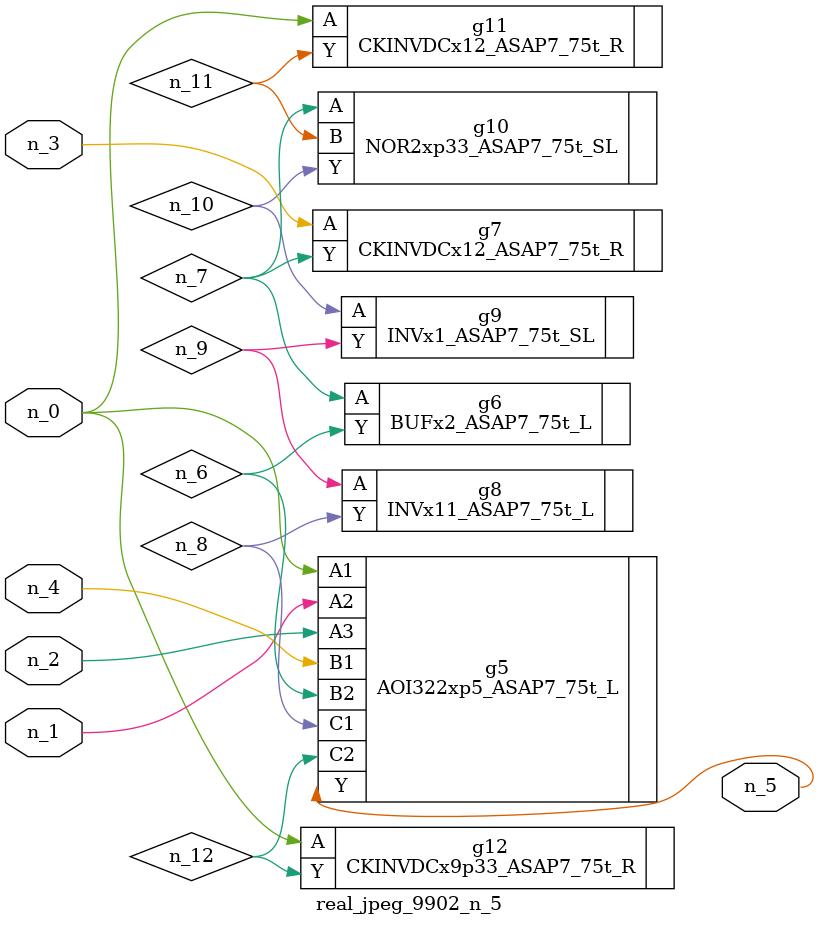
<source format=v>
module real_jpeg_9902_n_5 (n_4, n_0, n_1, n_2, n_3, n_5);

input n_4;
input n_0;
input n_1;
input n_2;
input n_3;

output n_5;

wire n_12;
wire n_8;
wire n_11;
wire n_6;
wire n_7;
wire n_10;
wire n_9;

AOI322xp5_ASAP7_75t_L g5 ( 
.A1(n_0),
.A2(n_1),
.A3(n_2),
.B1(n_4),
.B2(n_6),
.C1(n_8),
.C2(n_12),
.Y(n_5)
);

CKINVDCx12_ASAP7_75t_R g11 ( 
.A(n_0),
.Y(n_11)
);

CKINVDCx9p33_ASAP7_75t_R g12 ( 
.A(n_0),
.Y(n_12)
);

CKINVDCx12_ASAP7_75t_R g7 ( 
.A(n_3),
.Y(n_7)
);

BUFx2_ASAP7_75t_L g6 ( 
.A(n_7),
.Y(n_6)
);

NOR2xp33_ASAP7_75t_SL g10 ( 
.A(n_7),
.B(n_11),
.Y(n_10)
);

INVx11_ASAP7_75t_L g8 ( 
.A(n_9),
.Y(n_8)
);

INVx1_ASAP7_75t_SL g9 ( 
.A(n_10),
.Y(n_9)
);


endmodule
</source>
